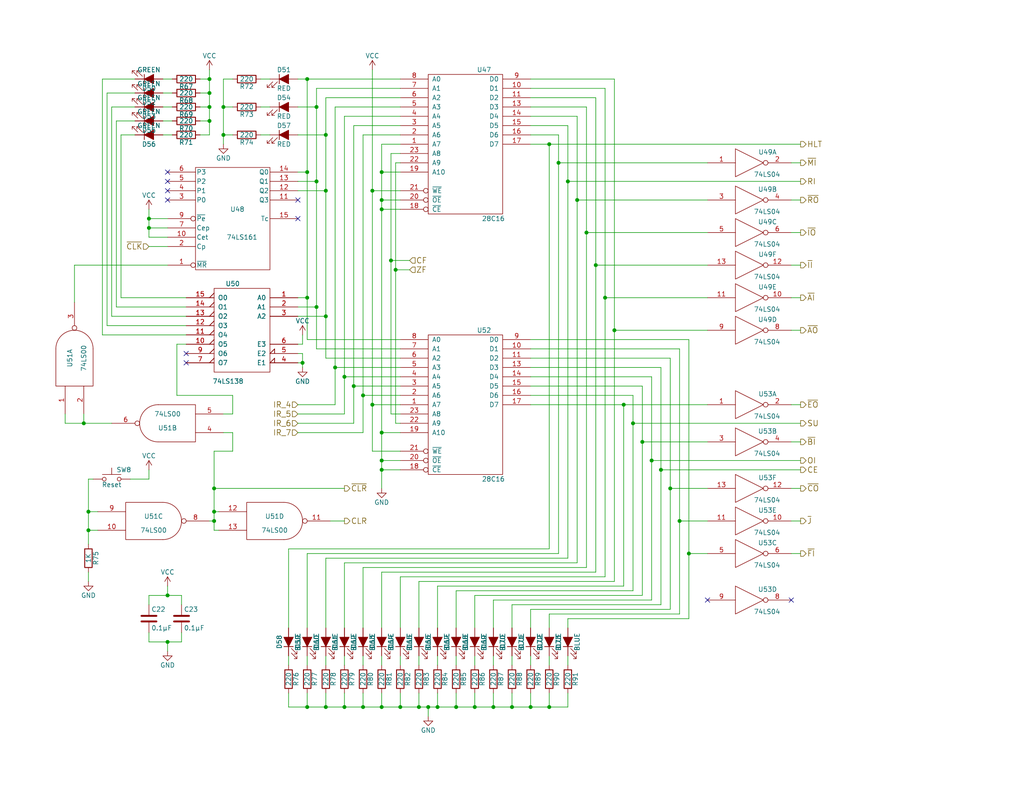
<source format=kicad_sch>
(kicad_sch (version 20230121) (generator eeschema)
  (paper "USLetter")
  (junction (at 88.9 86.36))
  (junction (at 160.02 63.5))
  (junction (at 182.88 133.35))
  (junction (at 88.9 36.83))
  (junction (at 99.06 193.04))
  (junction (at 86.36 49.53))
  (junction (at 93.98 193.04))
  (junction (at 57.15 21.59))
  (junction (at 99.06 107.95))
  (junction (at 177.8 125.73))
  (junction (at 162.56 72.39))
  (junction (at 83.82 21.59))
  (junction (at 104.14 118.11))
  (junction (at 40.64 62.23))
  (junction (at 104.14 128.27))
  (junction (at 83.82 46.99))
  (junction (at 57.15 33.02))
  (junction (at 86.36 29.21))
  (junction (at 86.36 83.82))
  (junction (at 187.96 151.13))
  (junction (at 58.42 139.7))
  (junction (at 83.82 81.28))
  (junction (at 134.62 193.04))
  (junction (at 157.48 54.61))
  (junction (at 104.14 125.73))
  (junction (at 104.14 54.61))
  (junction (at 167.64 90.17))
  (junction (at 107.95 73.66))
  (junction (at 185.42 142.24))
  (junction (at 82.55 99.06))
  (junction (at 57.15 25.4))
  (junction (at 152.4 44.45))
  (junction (at 180.34 128.27))
  (junction (at 24.13 139.7))
  (junction (at 172.72 115.57))
  (junction (at 149.86 39.37))
  (junction (at 88.9 52.07))
  (junction (at 116.84 193.04))
  (junction (at 60.96 36.83))
  (junction (at 119.38 193.04))
  (junction (at 88.9 193.04))
  (junction (at 40.64 59.69))
  (junction (at 104.14 57.15))
  (junction (at 129.54 193.04))
  (junction (at 91.44 100.33))
  (junction (at 154.94 49.53))
  (junction (at 96.52 105.41))
  (junction (at 101.6 110.49))
  (junction (at 101.6 52.07))
  (junction (at 22.86 115.57))
  (junction (at 83.82 193.04))
  (junction (at 144.78 193.04))
  (junction (at 45.72 162.56))
  (junction (at 93.98 102.87))
  (junction (at 24.13 144.78))
  (junction (at 114.3 193.04))
  (junction (at 139.7 193.04))
  (junction (at 106.68 71.12))
  (junction (at 104.14 46.99))
  (junction (at 165.1 81.28))
  (junction (at 109.22 193.04))
  (junction (at 175.26 120.65))
  (junction (at 124.46 193.04))
  (junction (at 58.42 142.24))
  (junction (at 149.86 193.04))
  (junction (at 104.14 193.04))
  (junction (at 57.15 29.21))
  (junction (at 45.72 175.26))
  (junction (at 60.96 29.21))
  (junction (at 170.18 110.49))
  (junction (at 58.42 133.35))
  (no_connect (at 45.72 46.99))
  (no_connect (at 81.28 59.69))
  (no_connect (at 81.28 54.61))
  (no_connect (at 45.72 54.61))
  (no_connect (at 193.04 163.83))
  (no_connect (at 50.8 96.52))
  (no_connect (at 50.8 99.06))
  (no_connect (at 45.72 49.53))
  (no_connect (at 215.9 163.83))
  (no_connect (at 45.72 52.07))
  (wire (pts (xy 78.74 149.86) (xy 78.74 171.45)))
  (wire (pts (xy 27.94 91.44) (xy 50.8 91.44)))
  (wire (pts (xy 60.96 36.83) (xy 60.96 39.37)))
  (wire (pts (xy 60.96 29.21) (xy 60.96 36.83)))
  (wire (pts (xy 58.42 123.19) (xy 58.42 133.35)))
  (wire (pts (xy 106.68 41.91) (xy 106.68 71.12)))
  (wire (pts (xy 144.78 105.41) (xy 175.26 105.41)))
  (wire (pts (xy 29.21 25.4) (xy 36.83 25.4)))
  (wire (pts (xy 106.68 71.12) (xy 106.68 113.03)))
  (wire (pts (xy 109.22 34.29) (xy 96.52 34.29)))
  (wire (pts (xy 106.68 113.03) (xy 109.22 113.03)))
  (wire (pts (xy 71.12 21.59) (xy 73.66 21.59)))
  (wire (pts (xy 63.5 118.11) (xy 60.96 118.11)))
  (wire (pts (xy 40.64 57.15) (xy 40.64 59.69)))
  (wire (pts (xy 114.3 189.23) (xy 114.3 193.04)))
  (wire (pts (xy 182.88 133.35) (xy 193.04 133.35)))
  (wire (pts (xy 119.38 193.04) (xy 119.38 189.23)))
  (wire (pts (xy 93.98 153.67) (xy 157.48 153.67)))
  (wire (pts (xy 83.82 151.13) (xy 152.4 151.13)))
  (wire (pts (xy 144.78 95.25) (xy 185.42 95.25)))
  (wire (pts (xy 144.78 100.33) (xy 180.34 100.33)))
  (wire (pts (xy 99.06 171.45) (xy 99.06 154.94)))
  (wire (pts (xy 60.96 36.83) (xy 63.5 36.83)))
  (wire (pts (xy 187.96 151.13) (xy 193.04 151.13)))
  (wire (pts (xy 107.95 115.57) (xy 109.22 115.57)))
  (wire (pts (xy 124.46 189.23) (xy 124.46 193.04)))
  (wire (pts (xy 83.82 171.45) (xy 83.82 151.13)))
  (wire (pts (xy 49.53 162.56) (xy 49.53 165.1)))
  (wire (pts (xy 63.5 29.21) (xy 60.96 29.21)))
  (wire (pts (xy 91.44 110.49) (xy 81.28 110.49)))
  (wire (pts (xy 175.26 105.41) (xy 175.26 120.65)))
  (wire (pts (xy 182.88 133.35) (xy 182.88 166.37)))
  (wire (pts (xy 139.7 171.45) (xy 139.7 165.1)))
  (wire (pts (xy 17.78 115.57) (xy 22.86 115.57)))
  (wire (pts (xy 215.9 110.49) (xy 218.44 110.49)))
  (wire (pts (xy 57.15 33.02) (xy 54.61 33.02)))
  (wire (pts (xy 93.98 179.07) (xy 93.98 181.61)))
  (wire (pts (xy 50.8 88.9) (xy 29.21 88.9)))
  (wire (pts (xy 88.9 36.83) (xy 88.9 52.07)))
  (wire (pts (xy 101.6 110.49) (xy 101.6 123.19)))
  (wire (pts (xy 167.64 90.17) (xy 167.64 158.75)))
  (wire (pts (xy 99.06 36.83) (xy 99.06 107.95)))
  (wire (pts (xy 93.98 189.23) (xy 93.98 193.04)))
  (wire (pts (xy 83.82 21.59) (xy 83.82 46.99)))
  (wire (pts (xy 81.28 46.99) (xy 83.82 46.99)))
  (wire (pts (xy 129.54 162.56) (xy 175.26 162.56)))
  (wire (pts (xy 99.06 154.94) (xy 160.02 154.94)))
  (wire (pts (xy 170.18 110.49) (xy 193.04 110.49)))
  (wire (pts (xy 96.52 105.41) (xy 109.22 105.41)))
  (wire (pts (xy 218.44 142.24) (xy 215.9 142.24)))
  (wire (pts (xy 144.78 39.37) (xy 149.86 39.37)))
  (wire (pts (xy 218.44 63.5) (xy 215.9 63.5)))
  (wire (pts (xy 33.02 36.83) (xy 33.02 81.28)))
  (wire (pts (xy 154.94 168.91) (xy 187.96 168.91)))
  (wire (pts (xy 218.44 54.61) (xy 215.9 54.61)))
  (wire (pts (xy 78.74 193.04) (xy 83.82 193.04)))
  (wire (pts (xy 114.3 193.04) (xy 116.84 193.04)))
  (wire (pts (xy 104.14 125.73) (xy 104.14 128.27)))
  (wire (pts (xy 165.1 81.28) (xy 165.1 157.48)))
  (wire (pts (xy 44.45 29.21) (xy 46.99 29.21)))
  (wire (pts (xy 215.9 44.45) (xy 218.44 44.45)))
  (wire (pts (xy 144.78 26.67) (xy 162.56 26.67)))
  (wire (pts (xy 180.34 100.33) (xy 180.34 128.27)))
  (wire (pts (xy 93.98 102.87) (xy 109.22 102.87)))
  (wire (pts (xy 119.38 193.04) (xy 124.46 193.04)))
  (wire (pts (xy 101.6 123.19) (xy 109.22 123.19)))
  (wire (pts (xy 101.6 19.05) (xy 101.6 52.07)))
  (wire (pts (xy 33.02 81.28) (xy 50.8 81.28)))
  (wire (pts (xy 81.28 83.82) (xy 86.36 83.82)))
  (wire (pts (xy 182.88 97.79) (xy 182.88 133.35)))
  (wire (pts (xy 93.98 142.24) (xy 90.17 142.24)))
  (wire (pts (xy 71.12 36.83) (xy 73.66 36.83)))
  (wire (pts (xy 20.32 72.39) (xy 20.32 82.55)))
  (wire (pts (xy 144.78 102.87) (xy 177.8 102.87)))
  (wire (pts (xy 78.74 181.61) (xy 78.74 179.07)))
  (wire (pts (xy 58.42 133.35) (xy 58.42 139.7)))
  (wire (pts (xy 149.86 171.45) (xy 149.86 167.64)))
  (wire (pts (xy 48.26 107.95) (xy 63.5 107.95)))
  (wire (pts (xy 93.98 113.03) (xy 81.28 113.03)))
  (wire (pts (xy 134.62 189.23) (xy 134.62 193.04)))
  (wire (pts (xy 104.14 57.15) (xy 104.14 118.11)))
  (wire (pts (xy 114.3 158.75) (xy 167.64 158.75)))
  (wire (pts (xy 104.14 46.99) (xy 104.14 54.61)))
  (wire (pts (xy 88.9 181.61) (xy 88.9 179.07)))
  (wire (pts (xy 124.46 161.29) (xy 172.72 161.29)))
  (wire (pts (xy 152.4 36.83) (xy 152.4 44.45)))
  (wire (pts (xy 81.28 96.52) (xy 82.55 96.52)))
  (wire (pts (xy 29.21 88.9) (xy 29.21 25.4)))
  (wire (pts (xy 101.6 52.07) (xy 109.22 52.07)))
  (wire (pts (xy 170.18 160.02) (xy 170.18 110.49)))
  (wire (pts (xy 152.4 44.45) (xy 193.04 44.45)))
  (wire (pts (xy 40.64 64.77) (xy 45.72 64.77)))
  (wire (pts (xy 58.42 144.78) (xy 59.69 144.78)))
  (wire (pts (xy 154.94 179.07) (xy 154.94 181.61)))
  (wire (pts (xy 157.48 54.61) (xy 193.04 54.61)))
  (wire (pts (xy 57.15 29.21) (xy 57.15 25.4)))
  (wire (pts (xy 144.78 171.45) (xy 144.78 166.37)))
  (wire (pts (xy 78.74 193.04) (xy 78.74 189.23)))
  (wire (pts (xy 99.06 107.95) (xy 99.06 118.11)))
  (wire (pts (xy 86.36 29.21) (xy 86.36 49.53)))
  (wire (pts (xy 83.82 179.07) (xy 83.82 181.61)))
  (wire (pts (xy 104.14 39.37) (xy 109.22 39.37)))
  (wire (pts (xy 180.34 128.27) (xy 180.34 165.1)))
  (wire (pts (xy 139.7 165.1) (xy 180.34 165.1)))
  (wire (pts (xy 81.28 21.59) (xy 83.82 21.59)))
  (wire (pts (xy 162.56 72.39) (xy 193.04 72.39)))
  (wire (pts (xy 31.75 33.02) (xy 31.75 83.82)))
  (wire (pts (xy 57.15 33.02) (xy 57.15 29.21)))
  (wire (pts (xy 109.22 54.61) (xy 104.14 54.61)))
  (wire (pts (xy 57.15 25.4) (xy 57.15 21.59)))
  (wire (pts (xy 109.22 193.04) (xy 114.3 193.04)))
  (wire (pts (xy 46.99 25.4) (xy 44.45 25.4)))
  (wire (pts (xy 218.44 90.17) (xy 215.9 90.17)))
  (wire (pts (xy 88.9 171.45) (xy 88.9 152.4)))
  (wire (pts (xy 185.42 95.25) (xy 185.42 142.24)))
  (wire (pts (xy 157.48 54.61) (xy 157.48 153.67)))
  (wire (pts (xy 44.45 21.59) (xy 46.99 21.59)))
  (wire (pts (xy 31.75 83.82) (xy 50.8 83.82)))
  (wire (pts (xy 63.5 107.95) (xy 63.5 113.03)))
  (wire (pts (xy 111.76 71.12) (xy 106.68 71.12)))
  (wire (pts (xy 185.42 142.24) (xy 185.42 167.64)))
  (wire (pts (xy 104.14 118.11) (xy 109.22 118.11)))
  (wire (pts (xy 24.13 130.81) (xy 24.13 139.7)))
  (wire (pts (xy 54.61 36.83) (xy 57.15 36.83)))
  (wire (pts (xy 104.14 46.99) (xy 109.22 46.99)))
  (wire (pts (xy 144.78 179.07) (xy 144.78 181.61)))
  (wire (pts (xy 40.64 165.1) (xy 40.64 162.56)))
  (wire (pts (xy 58.42 142.24) (xy 57.15 142.24)))
  (wire (pts (xy 154.94 34.29) (xy 154.94 49.53)))
  (wire (pts (xy 45.72 160.02) (xy 45.72 162.56)))
  (wire (pts (xy 48.26 93.98) (xy 48.26 107.95)))
  (wire (pts (xy 109.22 44.45) (xy 107.95 44.45)))
  (wire (pts (xy 40.64 175.26) (xy 45.72 175.26)))
  (wire (pts (xy 24.13 139.7) (xy 24.13 144.78)))
  (wire (pts (xy 83.82 46.99) (xy 83.82 81.28)))
  (wire (pts (xy 58.42 123.19) (xy 63.5 123.19)))
  (wire (pts (xy 45.72 175.26) (xy 49.53 175.26)))
  (wire (pts (xy 82.55 96.52) (xy 82.55 99.06)))
  (wire (pts (xy 40.64 130.81) (xy 35.56 130.81)))
  (wire (pts (xy 93.98 31.75) (xy 93.98 102.87)))
  (wire (pts (xy 175.26 120.65) (xy 193.04 120.65)))
  (wire (pts (xy 83.82 81.28) (xy 83.82 92.71)))
  (wire (pts (xy 88.9 193.04) (xy 88.9 189.23)))
  (wire (pts (xy 144.78 107.95) (xy 172.72 107.95)))
  (wire (pts (xy 134.62 171.45) (xy 134.62 163.83)))
  (wire (pts (xy 93.98 171.45) (xy 93.98 153.67)))
  (wire (pts (xy 63.5 21.59) (xy 60.96 21.59)))
  (wire (pts (xy 144.78 21.59) (xy 167.64 21.59)))
  (wire (pts (xy 109.22 26.67) (xy 88.9 26.67)))
  (wire (pts (xy 24.13 144.78) (xy 26.67 144.78)))
  (wire (pts (xy 149.86 167.64) (xy 185.42 167.64)))
  (wire (pts (xy 187.96 92.71) (xy 187.96 151.13)))
  (wire (pts (xy 144.78 110.49) (xy 170.18 110.49)))
  (wire (pts (xy 24.13 139.7) (xy 26.67 139.7)))
  (wire (pts (xy 154.94 49.53) (xy 154.94 152.4)))
  (wire (pts (xy 86.36 95.25) (xy 109.22 95.25)))
  (wire (pts (xy 17.78 115.57) (xy 17.78 113.03)))
  (wire (pts (xy 129.54 193.04) (xy 134.62 193.04)))
  (wire (pts (xy 149.86 149.86) (xy 78.74 149.86)))
  (wire (pts (xy 93.98 193.04) (xy 99.06 193.04)))
  (wire (pts (xy 177.8 125.73) (xy 218.44 125.73)))
  (wire (pts (xy 111.76 73.66) (xy 107.95 73.66)))
  (wire (pts (xy 22.86 115.57) (xy 30.48 115.57)))
  (wire (pts (xy 116.84 195.58) (xy 116.84 193.04)))
  (wire (pts (xy 114.3 171.45) (xy 114.3 158.75)))
  (wire (pts (xy 124.46 193.04) (xy 129.54 193.04)))
  (wire (pts (xy 46.99 33.02) (xy 44.45 33.02)))
  (wire (pts (xy 88.9 193.04) (xy 93.98 193.04)))
  (wire (pts (xy 144.78 166.37) (xy 182.88 166.37)))
  (wire (pts (xy 104.14 39.37) (xy 104.14 46.99)))
  (wire (pts (xy 60.96 21.59) (xy 60.96 29.21)))
  (wire (pts (xy 167.64 90.17) (xy 193.04 90.17)))
  (wire (pts (xy 107.95 44.45) (xy 107.95 73.66)))
  (wire (pts (xy 86.36 49.53) (xy 86.36 83.82)))
  (wire (pts (xy 144.78 29.21) (xy 160.02 29.21)))
  (wire (pts (xy 40.64 162.56) (xy 45.72 162.56)))
  (wire (pts (xy 154.94 49.53) (xy 218.44 49.53)))
  (wire (pts (xy 187.96 151.13) (xy 187.96 168.91)))
  (wire (pts (xy 124.46 171.45) (xy 124.46 161.29)))
  (wire (pts (xy 172.72 115.57) (xy 172.72 161.29)))
  (wire (pts (xy 45.72 72.39) (xy 20.32 72.39)))
  (wire (pts (xy 93.98 133.35) (xy 58.42 133.35)))
  (wire (pts (xy 54.61 21.59) (xy 57.15 21.59)))
  (wire (pts (xy 104.14 156.21) (xy 162.56 156.21)))
  (wire (pts (xy 149.86 193.04) (xy 154.94 193.04)))
  (wire (pts (xy 82.55 91.44) (xy 82.55 93.98)))
  (wire (pts (xy 144.78 189.23) (xy 144.78 193.04)))
  (wire (pts (xy 88.9 26.67) (xy 88.9 36.83)))
  (wire (pts (xy 30.48 86.36) (xy 50.8 86.36)))
  (wire (pts (xy 149.86 181.61) (xy 149.86 179.07)))
  (wire (pts (xy 91.44 100.33) (xy 91.44 110.49)))
  (wire (pts (xy 44.45 36.83) (xy 46.99 36.83)))
  (wire (pts (xy 99.06 193.04) (xy 104.14 193.04)))
  (wire (pts (xy 88.9 86.36) (xy 88.9 97.79)))
  (wire (pts (xy 81.28 81.28) (xy 83.82 81.28)))
  (wire (pts (xy 96.52 34.29) (xy 96.52 105.41)))
  (wire (pts (xy 144.78 34.29) (xy 154.94 34.29)))
  (wire (pts (xy 81.28 52.07) (xy 88.9 52.07)))
  (wire (pts (xy 144.78 193.04) (xy 149.86 193.04)))
  (wire (pts (xy 63.5 113.03) (xy 60.96 113.03)))
  (wire (pts (xy 40.64 128.27) (xy 40.64 130.81)))
  (wire (pts (xy 124.46 179.07) (xy 124.46 181.61)))
  (wire (pts (xy 175.26 120.65) (xy 175.26 162.56)))
  (wire (pts (xy 109.22 24.13) (xy 86.36 24.13)))
  (wire (pts (xy 91.44 100.33) (xy 109.22 100.33)))
  (wire (pts (xy 180.34 128.27) (xy 218.44 128.27)))
  (wire (pts (xy 129.54 171.45) (xy 129.54 162.56)))
  (wire (pts (xy 36.83 21.59) (xy 27.94 21.59)))
  (wire (pts (xy 101.6 52.07) (xy 101.6 110.49)))
  (wire (pts (xy 114.3 179.07) (xy 114.3 181.61)))
  (wire (pts (xy 139.7 193.04) (xy 144.78 193.04)))
  (wire (pts (xy 139.7 181.61) (xy 139.7 179.07)))
  (wire (pts (xy 149.86 39.37) (xy 218.44 39.37)))
  (wire (pts (xy 177.8 102.87) (xy 177.8 125.73)))
  (wire (pts (xy 160.02 63.5) (xy 160.02 154.94)))
  (wire (pts (xy 40.64 62.23) (xy 45.72 62.23)))
  (wire (pts (xy 172.72 107.95) (xy 172.72 115.57)))
  (wire (pts (xy 144.78 36.83) (xy 152.4 36.83)))
  (wire (pts (xy 83.82 193.04) (xy 88.9 193.04)))
  (wire (pts (xy 49.53 175.26) (xy 49.53 172.72)))
  (wire (pts (xy 40.64 175.26) (xy 40.64 172.72)))
  (wire (pts (xy 109.22 193.04) (xy 109.22 189.23)))
  (wire (pts (xy 45.72 162.56) (xy 49.53 162.56)))
  (wire (pts (xy 36.83 29.21) (xy 30.48 29.21)))
  (wire (pts (xy 22.86 113.03) (xy 22.86 115.57)))
  (wire (pts (xy 139.7 193.04) (xy 139.7 189.23)))
  (wire (pts (xy 160.02 63.5) (xy 193.04 63.5)))
  (wire (pts (xy 218.44 133.35) (xy 215.9 133.35)))
  (wire (pts (xy 91.44 29.21) (xy 91.44 100.33)))
  (wire (pts (xy 36.83 36.83) (xy 33.02 36.83)))
  (wire (pts (xy 104.14 54.61) (xy 104.14 57.15)))
  (wire (pts (xy 57.15 21.59) (xy 57.15 19.05)))
  (wire (pts (xy 109.22 157.48) (xy 165.1 157.48)))
  (wire (pts (xy 25.4 130.81) (xy 24.13 130.81)))
  (wire (pts (xy 144.78 31.75) (xy 157.48 31.75)))
  (wire (pts (xy 93.98 31.75) (xy 109.22 31.75)))
  (wire (pts (xy 218.44 81.28) (xy 215.9 81.28)))
  (wire (pts (xy 165.1 24.13) (xy 165.1 81.28)))
  (wire (pts (xy 40.64 67.31) (xy 45.72 67.31)))
  (wire (pts (xy 154.94 171.45) (xy 154.94 168.91)))
  (wire (pts (xy 109.22 125.73) (xy 104.14 125.73)))
  (wire (pts (xy 129.54 193.04) (xy 129.54 189.23)))
  (wire (pts (xy 149.86 193.04) (xy 149.86 189.23)))
  (wire (pts (xy 83.82 21.59) (xy 109.22 21.59)))
  (wire (pts (xy 154.94 193.04) (xy 154.94 189.23)))
  (wire (pts (xy 157.48 31.75) (xy 157.48 54.61)))
  (wire (pts (xy 177.8 125.73) (xy 177.8 163.83)))
  (wire (pts (xy 58.42 139.7) (xy 59.69 139.7)))
  (wire (pts (xy 73.66 29.21) (xy 71.12 29.21)))
  (wire (pts (xy 134.62 193.04) (xy 139.7 193.04)))
  (wire (pts (xy 88.9 97.79) (xy 109.22 97.79)))
  (wire (pts (xy 218.44 72.39) (xy 215.9 72.39)))
  (wire (pts (xy 81.28 49.53) (xy 86.36 49.53)))
  (wire (pts (xy 57.15 25.4) (xy 54.61 25.4)))
  (wire (pts (xy 185.42 142.24) (xy 193.04 142.24)))
  (wire (pts (xy 88.9 52.07) (xy 88.9 86.36)))
  (wire (pts (xy 162.56 72.39) (xy 162.56 156.21)))
  (wire (pts (xy 40.64 59.69) (xy 45.72 59.69)))
  (wire (pts (xy 218.44 120.65) (xy 215.9 120.65)))
  (wire (pts (xy 24.13 158.75) (xy 24.13 156.21)))
  (wire (pts (xy 167.64 21.59) (xy 167.64 90.17)))
  (wire (pts (xy 116.84 193.04) (xy 119.38 193.04)))
  (wire (pts (xy 96.52 105.41) (xy 96.52 115.57)))
  (wire (pts (xy 86.36 24.13) (xy 86.36 29.21)))
  (wire (pts (xy 109.22 128.27) (xy 104.14 128.27)))
  (wire (pts (xy 40.64 62.23) (xy 40.64 64.77)))
  (wire (pts (xy 162.56 26.67) (xy 162.56 72.39)))
  (wire (pts (xy 81.28 99.06) (xy 82.55 99.06)))
  (wire (pts (xy 107.95 73.66) (xy 107.95 115.57)))
  (wire (pts (xy 50.8 93.98) (xy 48.26 93.98)))
  (wire (pts (xy 45.72 175.26) (xy 45.72 177.8)))
  (wire (pts (xy 30.48 29.21) (xy 30.48 86.36)))
  (wire (pts (xy 96.52 115.57) (xy 81.28 115.57)))
  (wire (pts (xy 82.55 99.06) (xy 82.55 100.33)))
  (wire (pts (xy 104.14 57.15) (xy 109.22 57.15)))
  (wire (pts (xy 149.86 39.37) (xy 149.86 149.86)))
  (wire (pts (xy 99.06 193.04) (xy 99.06 189.23)))
  (wire (pts (xy 83.82 92.71) (xy 109.22 92.71)))
  (wire (pts (xy 109.22 29.21) (xy 91.44 29.21)))
  (wire (pts (xy 93.98 102.87) (xy 93.98 113.03)))
  (wire (pts (xy 104.14 179.07) (xy 104.14 181.61)))
  (wire (pts (xy 63.5 123.19) (xy 63.5 118.11)))
  (wire (pts (xy 57.15 36.83) (xy 57.15 33.02)))
  (wire (pts (xy 134.62 163.83) (xy 177.8 163.83)))
  (wire (pts (xy 172.72 115.57) (xy 218.44 115.57)))
  (wire (pts (xy 58.42 139.7) (xy 58.42 142.24)))
  (wire (pts (xy 104.14 118.11) (xy 104.14 125.73)))
  (wire (pts (xy 144.78 97.79) (xy 182.88 97.79)))
  (wire (pts (xy 109.22 41.91) (xy 106.68 41.91)))
  (wire (pts (xy 99.06 36.83) (xy 109.22 36.83)))
  (wire (pts (xy 99.06 181.61) (xy 99.06 179.07)))
  (wire (pts (xy 129.54 181.61) (xy 129.54 179.07)))
  (wire (pts (xy 31.75 33.02) (xy 36.83 33.02)))
  (wire (pts (xy 144.78 24.13) (xy 165.1 24.13)))
  (wire (pts (xy 99.06 118.11) (xy 81.28 118.11)))
  (wire (pts (xy 81.28 86.36) (xy 88.9 86.36)))
  (wire (pts (xy 104.14 193.04) (xy 109.22 193.04)))
  (wire (pts (xy 109.22 181.61) (xy 109.22 179.07)))
  (wire (pts (xy 104.14 189.23) (xy 104.14 193.04)))
  (wire (pts (xy 119.38 160.02) (xy 170.18 160.02)))
  (wire (pts (xy 134.62 179.07) (xy 134.62 181.61)))
  (wire (pts (xy 119.38 181.61) (xy 119.38 179.07)))
  (wire (pts (xy 119.38 171.45) (xy 119.38 160.02)))
  (wire (pts (xy 40.64 59.69) (xy 40.64 62.23)))
  (wire (pts (xy 54.61 29.21) (xy 57.15 29.21)))
  (wire (pts (xy 160.02 29.21) (xy 160.02 63.5)))
  (wire (pts (xy 24.13 144.78) (xy 24.13 148.59)))
  (wire (pts (xy 81.28 36.83) (xy 88.9 36.83)))
  (wire (pts (xy 88.9 152.4) (xy 154.94 152.4)))
  (wire (pts (xy 165.1 81.28) (xy 193.04 81.28)))
  (wire (pts (xy 144.78 92.71) (xy 187.96 92.71)))
  (wire (pts (xy 152.4 44.45) (xy 152.4 151.13)))
  (wire (pts (xy 58.42 142.24) (xy 58.42 144.78)))
  (wire (pts (xy 104.14 128.27) (xy 104.14 133.35)))
  (wire (pts (xy 86.36 83.82) (xy 86.36 95.25)))
  (wire (pts (xy 99.06 107.95) (xy 109.22 107.95)))
  (wire (pts (xy 27.94 21.59) (xy 27.94 91.44)))
  (wire (pts (xy 109.22 110.49) (xy 101.6 110.49)))
  (wire (pts (xy 81.28 29.21) (xy 86.36 29.21)))
  (wire (pts (xy 218.44 151.13) (xy 215.9 151.13)))
  (wire (pts (xy 104.14 171.45) (xy 104.14 156.21)))
  (wire (pts (xy 82.55 93.98) (xy 81.28 93.98)))
  (wire (pts (xy 83.82 189.23) (xy 83.82 193.04)))
  (wire (pts (xy 109.22 171.45) (xy 109.22 157.48)))
  (hierarchical_label "IR_5" (shape input) (at 81.28 113.03 180) (effects (font (size 1.524 1.524))))
  (hierarchical_label "~{RO}" (shape output) (at 218.44 54.61 0) (effects (font (size 1.524 1.524))))
  (hierarchical_label "RI" (shape output) (at 218.44 49.53 0) (effects (font (size 1.524 1.524))))
  (hierarchical_label "~{J}" (shape output) (at 218.44 142.24 0) (effects (font (size 1.524 1.524))))
  (hierarchical_label "HLT" (shape output) (at 218.44 39.37 0) (effects (font (size 1.524 1.524))))
  (hierarchical_label "IR_6" (shape input) (at 81.28 115.57 180) (effects (font (size 1.524 1.524))))
  (hierarchical_label "~{AO}" (shape output) (at 218.44 90.17 0) (effects (font (size 1.524 1.524))))
  (hierarchical_label "~{CLK}" (shape input) (at 40.64 67.31 180) (effects (font (size 1.524 1.524))))
  (hierarchical_label "~{FI}" (shape output) (at 218.44 151.13 0) (effects (font (size 1.524 1.524))))
  (hierarchical_label "~{EO}" (shape output) (at 218.44 110.49 0) (effects (font (size 1.524 1.524))))
  (hierarchical_label "OI" (shape output) (at 218.44 125.73 0) (effects (font (size 1.524 1.524))))
  (hierarchical_label "SU" (shape output) (at 218.44 115.57 0) (effects (font (size 1.524 1.524))))
  (hierarchical_label "~{IO}" (shape output) (at 218.44 63.5 0) (effects (font (size 1.524 1.524))))
  (hierarchical_label "~{AI}" (shape output) (at 218.44 81.28 0) (effects (font (size 1.524 1.524))))
  (hierarchical_label "~{CLR}" (shape output) (at 93.98 133.35 0) (effects (font (size 1.524 1.524))))
  (hierarchical_label "~{MI}" (shape output) (at 218.44 44.45 0) (effects (font (size 1.524 1.524))))
  (hierarchical_label "IR_4" (shape input) (at 81.28 110.49 180) (effects (font (size 1.524 1.524))))
  (hierarchical_label "~{CO}" (shape output) (at 218.44 133.35 0) (effects (font (size 1.524 1.524))))
  (hierarchical_label "IR_7" (shape input) (at 81.28 118.11 180) (effects (font (size 1.524 1.524))))
  (hierarchical_label "~{BI}" (shape output) (at 218.44 120.65 0) (effects (font (size 1.524 1.524))))
  (hierarchical_label "CLR" (shape output) (at 93.98 142.24 0) (effects (font (size 1.524 1.524))))
  (hierarchical_label "CE" (shape output) (at 218.44 128.27 0) (effects (font (size 1.524 1.524))))
  (hierarchical_label "CF" (shape input) (at 111.76 71.12 0) (effects (font (size 1.524 1.524))))
  (hierarchical_label "ZF" (shape input) (at 111.76 73.66 0) (effects (font (size 1.524 1.524))))
  (hierarchical_label "~{II}" (shape output) (at 218.44 72.39 0) (effects (font (size 1.524 1.524))))
  (symbol (lib_id "8bit-computer-rescue:74LS161-8bit-computer-rescue") (at 63.5 59.69 0) (unit 1)
    (property "Reference" "U48" (at 64.77 57.15 0))
    (property "Value" "74LS161" (at 66.04 64.77 0))
    (property "Footprint" "Package_DIP:DIP-16_W7.62mm" (effects hide))
  )
  (symbol (lib_id "8bit-computer-rescue:74LS138-8bit-computer-rescue") (at 66.04 90.17 0) (mirror y) (unit 1)
    (property "Reference" "U50" (at 63.5 77.47 0))
    (property "Value" "74LS138" (at 62.23 104.1146 0))
    (property "Footprint" "Package_DIP:DIP-16_W7.62mm" (effects hide))
  )
  (symbol (lib_id "8bit-computer-rescue:28C16-8bit-computer-rescue") (at 127 39.37 0) (unit 1)
    (property "Reference" "U47" (at 132.08 19.05 0))
    (property "Value" "28C16" (at 134.62 59.69 0))
    (property "Footprint" "Package_DIP:DIP-24_W15.24mm_Socket" (effects hide))
  )
  (symbol (lib_id "8bit-computer-rescue:28C16-8bit-computer-rescue") (at 127 110.49 0) (unit 1)
    (property "Reference" "U52" (at 132.08 90.17 0))
    (property "Value" "28C16" (at 134.62 130.81 0))
    (property "Footprint" "Package_DIP:DIP-24_W15.24mm_Socket" (effects hide))
  )
  (symbol (lib_id "8bit-computer-rescue:LED_ALT-Device") (at 78.74 175.26 90) (unit 1)
    (property "Reference" "D58" (at 76.2 175.26 0))
    (property "Value" "BLUE" (at 81.28 175.26 0))
    (property "Footprint" "LED_THT:LED_D5.0mm" (effects hide))
  )
  (symbol (lib_id "8bit-computer-rescue:LED_ALT-Device") (at 83.82 175.26 90) (unit 1)
    (property "Reference" "D59" (at 81.28 175.26 0))
    (property "Value" "BLUE" (at 86.36 175.26 0))
    (property "Footprint" "LED_THT:LED_D5.0mm" (effects hide))
  )
  (symbol (lib_id "8bit-computer-rescue:LED_ALT-Device") (at 88.9 175.26 90) (unit 1)
    (property "Reference" "D60" (at 86.36 175.26 0))
    (property "Value" "BLUE" (at 91.44 175.26 0))
    (property "Footprint" "LED_THT:LED_D5.0mm" (effects hide))
  )
  (symbol (lib_id "8bit-computer-rescue:LED_ALT-Device") (at 93.98 175.26 90) (unit 1)
    (property "Reference" "D61" (at 91.44 175.26 0))
    (property "Value" "BLUE" (at 96.52 175.26 0))
    (property "Footprint" "LED_THT:LED_D5.0mm" (effects hide))
  )
  (symbol (lib_id "8bit-computer-rescue:LED_ALT-Device") (at 99.06 175.26 90) (unit 1)
    (property "Reference" "D62" (at 96.52 175.26 0))
    (property "Value" "BLUE" (at 101.6 175.26 0))
    (property "Footprint" "LED_THT:LED_D5.0mm" (effects hide))
  )
  (symbol (lib_id "8bit-computer-rescue:LED_ALT-Device") (at 104.14 175.26 90) (unit 1)
    (property "Reference" "D63" (at 101.6 175.26 0))
    (property "Value" "BLUE" (at 106.68 175.26 0))
    (property "Footprint" "LED_THT:LED_D5.0mm" (effects hide))
  )
  (symbol (lib_id "8bit-computer-rescue:LED_ALT-Device") (at 109.22 175.26 90) (unit 1)
    (property "Reference" "D64" (at 106.68 175.26 0))
    (property "Value" "BLUE" (at 111.76 175.26 0))
    (property "Footprint" "LED_THT:LED_D5.0mm" (effects hide))
  )
  (symbol (lib_id "8bit-computer-rescue:LED_ALT-Device") (at 114.3 175.26 90) (unit 1)
    (property "Reference" "D65" (at 111.76 175.26 0))
    (property "Value" "BLUE" (at 116.84 175.26 0))
    (property "Footprint" "LED_THT:LED_D5.0mm" (effects hide))
  )
  (symbol (lib_id "8bit-computer-rescue:LED_ALT-Device") (at 119.38 175.26 90) (unit 1)
    (property "Reference" "D66" (at 116.84 175.26 0))
    (property "Value" "BLUE" (at 121.92 175.26 0))
    (property "Footprint" "LED_THT:LED_D5.0mm" (effects hide))
  )
  (symbol (lib_id "8bit-computer-rescue:LED_ALT-Device") (at 124.46 175.26 90) (unit 1)
    (property "Reference" "D67" (at 121.92 175.26 0))
    (property "Value" "BLUE" (at 127 175.26 0))
    (property "Footprint" "LED_THT:LED_D5.0mm" (effects hide))
  )
  (symbol (lib_id "8bit-computer-rescue:LED_ALT-Device") (at 129.54 175.26 90) (unit 1)
    (property "Reference" "D68" (at 127 175.26 0))
    (property "Value" "BLUE" (at 132.08 175.26 0))
    (property "Footprint" "LED_THT:LED_D5.0mm" (effects hide))
  )
  (symbol (lib_id "8bit-computer-rescue:LED_ALT-Device") (at 134.62 175.26 90) (unit 1)
    (property "Reference" "D69" (at 132.08 175.26 0))
    (property "Value" "BLUE" (at 137.16 175.26 0))
    (property "Footprint" "LED_THT:LED_D5.0mm" (effects hide))
  )
  (symbol (lib_id "8bit-computer-rescue:LED_ALT-Device") (at 139.7 175.26 90) (unit 1)
    (property "Reference" "D70" (at 137.16 175.26 0))
    (property "Value" "BLUE" (at 142.24 175.26 0))
    (property "Footprint" "LED_THT:LED_D5.0mm" (effects hide))
  )
  (symbol (lib_id "8bit-computer-rescue:LED_ALT-Device") (at 144.78 175.26 90) (unit 1)
    (property "Reference" "D71" (at 142.24 175.26 0))
    (property "Value" "BLUE" (at 147.32 175.26 0))
    (property "Footprint" "LED_THT:LED_D5.0mm" (effects hide))
  )
  (symbol (lib_id "8bit-computer-rescue:LED_ALT-Device") (at 149.86 175.26 90) (unit 1)
    (property "Reference" "D72" (at 147.32 175.26 0))
    (property "Value" "BLUE" (at 152.4 175.26 0))
    (property "Footprint" "LED_THT:LED_D5.0mm" (effects hide))
  )
  (symbol (lib_id "8bit-computer-rescue:LED_ALT-Device") (at 154.94 175.26 90) (unit 1)
    (property "Reference" "D73" (at 152.4 175.26 0))
    (property "Value" "BLUE" (at 157.48 175.26 0))
    (property "Footprint" "LED_THT:LED_D5.0mm" (effects hide))
  )
  (symbol (lib_id "8bit-computer-rescue:74LS04-8bit-computer-rescue") (at 204.47 44.45 0) (unit 1)
    (property "Reference" "U49" (at 209.423 41.529 0))
    (property "Value" "74LS04" (at 209.296 47.625 0))
    (property "Footprint" "Package_DIP:DIP-14_W7.62mm" (effects hide))
  )
  (symbol (lib_id "8bit-computer-rescue:74LS04-8bit-computer-rescue") (at 204.47 54.61 0) (unit 2)
    (property "Reference" "U49" (at 209.423 51.689 0))
    (property "Value" "74LS04" (at 209.296 57.785 0))
    (property "Footprint" "Package_DIP:DIP-14_W7.62mm" (effects hide))
  )
  (symbol (lib_id "8bit-computer-rescue:74LS04-8bit-computer-rescue") (at 204.47 63.5 0) (unit 3)
    (property "Reference" "U49" (at 209.423 60.579 0))
    (property "Value" "74LS04" (at 209.296 66.675 0))
    (property "Footprint" "Package_DIP:DIP-14_W7.62mm" (effects hide))
  )
  (symbol (lib_id "8bit-computer-rescue:74LS04-8bit-computer-rescue") (at 204.47 72.39 0) (unit 6)
    (property "Reference" "U49" (at 209.423 69.469 0))
    (property "Value" "74LS04" (at 209.296 75.565 0))
    (property "Footprint" "Package_DIP:DIP-14_W7.62mm" (effects hide))
  )
  (symbol (lib_id "8bit-computer-rescue:74LS04-8bit-computer-rescue") (at 204.47 81.28 0) (unit 5)
    (property "Reference" "U49" (at 209.423 78.359 0))
    (property "Value" "74LS04" (at 209.296 84.455 0))
    (property "Footprint" "Package_DIP:DIP-14_W7.62mm" (effects hide))
  )
  (symbol (lib_id "8bit-computer-rescue:74LS04-8bit-computer-rescue") (at 204.47 90.17 0) (unit 4)
    (property "Reference" "U49" (at 209.423 87.249 0))
    (property "Value" "74LS04" (at 209.296 93.345 0))
    (property "Footprint" "Package_DIP:DIP-14_W7.62mm" (effects hide))
  )
  (symbol (lib_id "8bit-computer-rescue:74LS04-8bit-computer-rescue") (at 204.47 110.49 0) (unit 1)
    (property "Reference" "U53" (at 209.423 107.569 0))
    (property "Value" "74LS04" (at 209.296 113.665 0))
    (property "Footprint" "Package_DIP:DIP-14_W7.62mm" (effects hide))
  )
  (symbol (lib_id "8bit-computer-rescue:74LS04-8bit-computer-rescue") (at 204.47 120.65 0) (unit 2)
    (property "Reference" "U53" (at 209.423 117.729 0))
    (property "Value" "74LS04" (at 209.296 123.825 0))
    (property "Footprint" "Package_DIP:DIP-14_W7.62mm" (effects hide))
  )
  (symbol (lib_id "8bit-computer-rescue:74LS04-8bit-computer-rescue") (at 204.47 133.35 0) (unit 6)
    (property "Reference" "U53" (at 209.423 130.429 0))
    (property "Value" "74LS04" (at 209.296 136.525 0))
    (property "Footprint" "Package_DIP:DIP-14_W7.62mm" (effects hide))
  )
  (symbol (lib_id "8bit-computer-rescue:74LS04-8bit-computer-rescue") (at 204.47 142.24 0) (unit 5)
    (property "Reference" "U53" (at 209.423 139.319 0))
    (property "Value" "74LS04" (at 209.296 145.415 0))
    (property "Footprint" "Package_DIP:DIP-14_W7.62mm" (effects hide))
  )
  (symbol (lib_id "8bit-computer-rescue:74LS04-8bit-computer-rescue") (at 204.47 151.13 0) (unit 3)
    (property "Reference" "U53" (at 209.423 148.209 0))
    (property "Value" "74LS04" (at 209.296 154.305 0))
    (property "Footprint" "Package_DIP:DIP-14_W7.62mm" (effects hide))
  )
  (symbol (lib_id "power:GND") (at 104.14 133.35 0) (unit 1)
    (property "Reference" "#PWR068" (effects hide))
    (property "Value" "GND" (at 104.14 137.16 0))
  )
  (symbol (lib_id "power:VCC") (at 101.6 19.05 0) (unit 1)
    (property "Reference" "#PWR069" (effects hide))
    (property "Value" "VCC" (at 101.6 15.24 0))
  )
  (symbol (lib_id "8bit-computer-rescue:74LS00-8bit-computer-rescue") (at 45.72 115.57 180) (unit 2)
    (property "Reference" "U51" (at 45.72 116.84 0))
    (property "Value" "74LS00" (at 45.72 113.03 0))
    (property "Footprint" "Package_DIP:DIP-14_W7.62mm" (effects hide))
  )
  (symbol (lib_id "8bit-computer-rescue:74LS00-8bit-computer-rescue") (at 20.32 97.79 90) (unit 1)
    (property "Reference" "U51" (at 19.05 97.79 0))
    (property "Value" "74LS00" (at 22.86 97.79 0))
    (property "Footprint" "Package_DIP:DIP-14_W7.62mm" (effects hide))
  )
  (symbol (lib_id "8bit-computer-rescue:74LS00-8bit-computer-rescue") (at 74.93 142.24 0) (unit 4)
    (property "Reference" "U51" (at 74.93 140.97 0))
    (property "Value" "74LS00" (at 74.93 144.78 0))
    (property "Footprint" "Package_DIP:DIP-14_W7.62mm" (effects hide))
  )
  (symbol (lib_id "8bit-computer-rescue:74LS00-8bit-computer-rescue") (at 41.91 142.24 0) (unit 3)
    (property "Reference" "U51" (at 41.91 140.97 0))
    (property "Value" "74LS00" (at 41.91 144.78 0))
    (property "Footprint" "Package_DIP:DIP-14_W7.62mm" (effects hide))
  )
  (symbol (lib_id "8bit-computer-rescue:SW_Push-8bit-computer-rescue") (at 30.48 130.81 0) (unit 1)
    (property "Reference" "SW8" (at 31.75 128.27 0) (effects (justify left)))
    (property "Value" "Reset" (at 30.48 132.334 0))
    (property "Footprint" "Button_Switch_THT:SW_PUSH_6mm_H5mm" (effects hide))
  )
  (symbol (lib_id "Device:R") (at 67.31 36.83 270) (unit 1)
    (property "Reference" "R74" (at 67.31 38.862 90))
    (property "Value" "220" (at 67.31 36.83 90))
    (property "Footprint" "Resistor_THT:R_Axial_DIN0207_L6.3mm_D2.5mm_P7.62mm_Horizontal" (effects hide))
  )
  (symbol (lib_id "power:GND") (at 24.13 158.75 0) (unit 1)
    (property "Reference" "#PWR070" (effects hide))
    (property "Value" "GND" (at 24.13 162.56 0))
  )
  (symbol (lib_id "power:VCC") (at 40.64 128.27 0) (unit 1)
    (property "Reference" "#PWR071" (effects hide))
    (property "Value" "VCC" (at 40.64 124.46 0))
  )
  (symbol (lib_id "power:VCC") (at 40.64 57.15 0) (unit 1)
    (property "Reference" "#PWR072" (effects hide))
    (property "Value" "VCC" (at 40.64 53.34 0))
  )
  (symbol (lib_id "Device:R") (at 24.13 152.4 0) (unit 1)
    (property "Reference" "R75" (at 26.162 152.4 90))
    (property "Value" "1K" (at 24.13 152.4 90))
    (property "Footprint" "Resistor_THT:R_Axial_DIN0207_L6.3mm_D2.5mm_P7.62mm_Horizontal" (effects hide))
  )
  (symbol (lib_id "Device:R") (at 78.74 185.42 0) (unit 1)
    (property "Reference" "R76" (at 80.772 185.42 90))
    (property "Value" "220" (at 78.74 185.42 90))
    (property "Footprint" "Resistor_THT:R_Axial_DIN0207_L6.3mm_D2.5mm_P7.62mm_Horizontal" (effects hide))
  )
  (symbol (lib_id "Device:R") (at 83.82 185.42 0) (unit 1)
    (property "Reference" "R77" (at 85.852 185.42 90))
    (property "Value" "220" (at 83.82 185.42 90))
    (property "Footprint" "Resistor_THT:R_Axial_DIN0207_L6.3mm_D2.5mm_P7.62mm_Horizontal" (effects hide))
  )
  (symbol (lib_id "Device:R") (at 88.9 185.42 0) (unit 1)
    (property "Reference" "R78" (at 90.932 185.42 90))
    (property "Value" "220" (at 88.9 185.42 90))
    (property "Footprint" "Resistor_THT:R_Axial_DIN0207_L6.3mm_D2.5mm_P7.62mm_Horizontal" (effects hide))
  )
  (symbol (lib_id "Device:R") (at 93.98 185.42 0) (unit 1)
    (property "Reference" "R79" (at 96.012 185.42 90))
    (property "Value" "220" (at 93.98 185.42 90))
    (property "Footprint" "Resistor_THT:R_Axial_DIN0207_L6.3mm_D2.5mm_P7.62mm_Horizontal" (effects hide))
  )
  (symbol (lib_id "Device:R") (at 99.06 185.42 0) (unit 1)
    (property "Reference" "R80" (at 101.092 185.42 90))
    (property "Value" "220" (at 99.06 185.42 90))
    (property "Footprint" "Resistor_THT:R_Axial_DIN0207_L6.3mm_D2.5mm_P7.62mm_Horizontal" (effects hide))
  )
  (symbol (lib_id "Device:R") (at 104.14 185.42 0) (unit 1)
    (property "Reference" "R81" (at 106.172 185.42 90))
    (property "Value" "220" (at 104.14 185.42 90))
    (property "Footprint" "Resistor_THT:R_Axial_DIN0207_L6.3mm_D2.5mm_P7.62mm_Horizontal" (effects hide))
  )
  (symbol (lib_id "Device:R") (at 109.22 185.42 0) (unit 1)
    (property "Reference" "R82" (at 111.252 185.42 90))
    (property "Value" "220" (at 109.22 185.42 90))
    (property "Footprint" "Resistor_THT:R_Axial_DIN0207_L6.3mm_D2.5mm_P7.62mm_Horizontal" (effects hide))
  )
  (symbol (lib_id "Device:R") (at 114.3 185.42 0) (unit 1)
    (property "Reference" "R83" (at 116.332 185.42 90))
    (property "Value" "220" (at 114.3 185.42 90))
    (property "Footprint" "Resistor_THT:R_Axial_DIN0207_L6.3mm_D2.5mm_P7.62mm_Horizontal" (effects hide))
  )
  (symbol (lib_id "Device:R") (at 119.38 185.42 0) (unit 1)
    (property "Reference" "R84" (at 121.412 185.42 90))
    (property "Value" "220" (at 119.38 185.42 90))
    (property "Footprint" "Resistor_THT:R_Axial_DIN0207_L6.3mm_D2.5mm_P7.62mm_Horizontal" (effects hide))
  )
  (symbol (lib_id "Device:R") (at 124.46 185.42 0) (unit 1)
    (property "Reference" "R85" (at 126.492 185.42 90))
    (property "Value" "220" (at 124.46 185.42 90))
    (property "Footprint" "Resistor_THT:R_Axial_DIN0207_L6.3mm_D2.5mm_P7.62mm_Horizontal" (effects hide))
  )
  (symbol (lib_id "Device:R") (at 129.54 185.42 0) (unit 1)
    (property "Reference" "R86" (at 131.572 185.42 90))
    (property "Value" "220" (at 129.54 185.42 90))
    (property "Footprint" "Resistor_THT:R_Axial_DIN0207_L6.3mm_D2.5mm_P7.62mm_Horizontal" (effects hide))
  )
  (symbol (lib_id "Device:R") (at 134.62 185.42 0) (unit 1)
    (property "Reference" "R87" (at 136.652 185.42 90))
    (property "Value" "220" (at 134.62 185.42 90))
    (property "Footprint" "Resistor_THT:R_Axial_DIN0207_L6.3mm_D2.5mm_P7.62mm_Horizontal" (effects hide))
  )
  (symbol (lib_id "Device:R") (at 139.7 185.42 0) (unit 1)
    (property "Reference" "R88" (at 141.732 185.42 90))
    (property "Value" "220" (at 139.7 185.42 90))
    (property "Footprint" "Resistor_THT:R_Axial_DIN0207_L6.3mm_D2.5mm_P7.62mm_Horizontal" (effects hide))
  )
  (symbol (lib_id "Device:R") (at 144.78 185.42 0) (unit 1)
    (property "Reference" "R89" (at 146.812 185.42 90))
    (property "Value" "220" (at 144.78 185.42 90))
    (property "Footprint" "Resistor_THT:R_Axial_DIN0207_L6.3mm_D2.5mm_P7.62mm_Horizontal" (effects hide))
  )
  (symbol (lib_id "Device:R") (at 149.86 185.42 0) (unit 1)
    (property "Reference" "R90" (at 151.892 185.42 90))
    (property "Value" "220" (at 149.86 185.42 90))
    (property "Footprint" "Resistor_THT:R_Axial_DIN0207_L6.3mm_D2.5mm_P7.62mm_Horizontal" (effects hide))
  )
  (symbol (lib_id "power:GND") (at 116.84 195.58 0) (unit 1)
    (property "Reference" "#PWR073" (effects hide))
    (property "Value" "GND" (at 116.84 199.39 0))
  )
  (symbol (lib_id "8bit-computer-rescue:LED_ALT-Device") (at 77.47 36.83 0) (unit 1)
    (property "Reference" "D57" (at 77.47 34.29 0))
    (property "Value" "RED" (at 77.47 39.37 0))
    (property "Footprint" "LED_THT:LED_D5.0mm" (effects hide))
  )
  (symbol (lib_id "8bit-computer-rescue:LED_ALT-Device") (at 77.47 29.21 0) (unit 1)
    (property "Reference" "D54" (at 77.47 26.67 0))
    (property "Value" "RED" (at 77.47 31.75 0))
    (property "Footprint" "LED_THT:LED_D5.0mm" (effects hide))
  )
  (symbol (lib_id "8bit-computer-rescue:LED_ALT-Device") (at 77.47 21.59 0) (unit 1)
    (property "Reference" "D51" (at 77.47 19.05 0))
    (property "Value" "RED" (at 77.47 24.13 0))
    (property "Footprint" "LED_THT:LED_D5.0mm" (effects hide))
  )
  (symbol (lib_id "Device:R") (at 50.8 21.59 270) (unit 1)
    (property "Reference" "R67" (at 50.8 23.622 90))
    (property "Value" "220" (at 50.8 21.59 90))
    (property "Footprint" "Resistor_THT:R_Axial_DIN0207_L6.3mm_D2.5mm_P7.62mm_Horizontal" (effects hide))
  )
  (symbol (lib_id "Device:R") (at 50.8 33.02 270) (unit 1)
    (property "Reference" "R70" (at 50.8 35.052 90))
    (property "Value" "220" (at 50.8 33.02 90))
    (property "Footprint" "Resistor_THT:R_Axial_DIN0207_L6.3mm_D2.5mm_P7.62mm_Horizontal" (effects hide))
  )
  (symbol (lib_id "Device:R") (at 67.31 29.21 270) (unit 1)
    (property "Reference" "R73" (at 67.31 31.242 90))
    (property "Value" "220" (at 67.31 29.21 90))
    (property "Footprint" "Resistor_THT:R_Axial_DIN0207_L6.3mm_D2.5mm_P7.62mm_Horizontal" (effects hide))
  )
  (symbol (lib_id "power:GND") (at 60.96 39.37 0) (unit 1)
    (property "Reference" "#PWR074" (effects hide))
    (property "Value" "GND" (at 60.96 43.18 0))
  )
  (symbol (lib_id "8bit-computer-rescue:LED_ALT-Device") (at 40.64 21.59 0) (mirror x) (unit 1)
    (property "Reference" "D50" (at 40.64 24.13 0))
    (property "Value" "GREEN" (at 40.64 19.05 0))
    (property "Footprint" "LED_THT:LED_D5.0mm" (effects hide))
  )
  (symbol (lib_id "8bit-computer-rescue:LED_ALT-Device") (at 40.64 25.4 0) (mirror x) (unit 1)
    (property "Reference" "D52" (at 40.64 27.94 0))
    (property "Value" "GREEN" (at 40.64 22.86 0))
    (property "Footprint" "LED_THT:LED_D5.0mm" (effects hide))
  )
  (symbol (lib_id "8bit-computer-rescue:LED_ALT-Device") (at 40.64 29.21 0) (mirror x) (unit 1)
    (property "Reference" "D53" (at 40.64 31.75 0))
    (property "Value" "GREEN" (at 40.64 26.67 0))
    (property "Footprint" "LED_THT:LED_D5.0mm" (effects hide))
  )
  (symbol (lib_id "8bit-computer-rescue:LED_ALT-Device") (at 40.64 33.02 0) (mirror x) (unit 1)
    (property "Reference" "D55" (at 40.64 35.56 0))
    (property "Value" "GREEN" (at 40.64 30.48 0))
    (property "Footprint" "LED_THT:LED_D5.0mm" (effects hide))
  )
  (symbol (lib_id "8bit-computer-rescue:LED_ALT-Device") (at 40.64 36.83 0) (mirror x) (unit 1)
    (property "Reference" "D56" (at 40.64 39.37 0))
    (property "Value" "GREEN" (at 40.64 34.29 0))
    (property "Footprint" "LED_THT:LED_D5.0mm" (effects hide))
  )
  (symbol (lib_id "Device:R") (at 154.94 185.42 0) (unit 1)
    (property "Reference" "R91" (at 156.972 185.42 90))
    (property "Value" "220" (at 154.94 185.42 90))
    (property "Footprint" "Resistor_THT:R_Axial_DIN0207_L6.3mm_D2.5mm_P7.62mm_Horizontal" (effects hide))
  )
  (symbol (lib_id "Device:R") (at 50.8 25.4 270) (unit 1)
    (property "Reference" "R68" (at 50.8 27.432 90))
    (property "Value" "220" (at 50.8 25.4 90))
    (property "Footprint" "Resistor_THT:R_Axial_DIN0207_L6.3mm_D2.5mm_P7.62mm_Horizontal" (effects hide))
  )
  (symbol (lib_id "Device:R") (at 50.8 29.21 270) (unit 1)
    (property "Reference" "R69" (at 50.8 31.242 90))
    (property "Value" "220" (at 50.8 29.21 90))
    (property "Footprint" "Resistor_THT:R_Axial_DIN0207_L6.3mm_D2.5mm_P7.62mm_Horizontal" (effects hide))
  )
  (symbol (lib_id "Device:R") (at 50.8 36.83 270) (unit 1)
    (property "Reference" "R71" (at 50.8 38.862 90))
    (property "Value" "220" (at 50.8 36.83 90))
    (property "Footprint" "Resistor_THT:R_Axial_DIN0207_L6.3mm_D2.5mm_P7.62mm_Horizontal" (effects hide))
  )
  (symbol (lib_id "Device:R") (at 67.31 21.59 270) (unit 1)
    (property "Reference" "R72" (at 67.31 23.622 90))
    (property "Value" "220" (at 67.31 21.59 90))
    (property "Footprint" "Resistor_THT:R_Axial_DIN0207_L6.3mm_D2.5mm_P7.62mm_Horizontal" (effects hide))
  )
  (symbol (lib_id "power:VCC") (at 82.55 91.44 0) (unit 1)
    (property "Reference" "#PWR075" (effects hide))
    (property "Value" "VCC" (at 82.55 87.63 0))
  )
  (symbol (lib_id "power:GND") (at 82.55 100.33 0) (unit 1)
    (property "Reference" "#PWR076" (effects hide))
    (property "Value" "GND" (at 82.55 104.14 0))
  )
  (symbol (lib_id "8bit-computer-rescue:74LS04-8bit-computer-rescue") (at 204.47 163.83 0) (unit 4)
    (property "Reference" "U53" (at 209.423 160.909 0))
    (property "Value" "74LS04" (at 209.296 167.005 0))
    (property "Footprint" "Package_DIP:DIP-14_W7.62mm" (effects hide))
  )
  (symbol (lib_id "Device:C") (at 40.64 168.91 0) (unit 1)
    (property "Reference" "C22" (at 41.275 166.37 0) (effects (justify left)))
    (property "Value" "0.1µF" (at 41.275 171.45 0) (effects (justify left)))
    (property "Footprint" "Capacitor_THT:C_Disc_D4.3mm_W1.9mm_P5.00mm" (effects hide))
  )
  (symbol (lib_id "power:VCC") (at 45.72 160.02 0) (unit 1)
    (property "Reference" "#PWR077" (effects hide))
    (property "Value" "VCC" (at 45.72 156.21 0))
  )
  (symbol (lib_id "power:GND") (at 45.72 177.8 0) (unit 1)
    (property "Reference" "#PWR078" (effects hide))
    (property "Value" "GND" (at 45.72 181.61 0))
  )
  (symbol (lib_id "Device:C") (at 49.53 168.91 0) (unit 1)
    (property "Reference" "C23" (at 50.165 166.37 0) (effects (justify left)))
    (property "Value" "0.1µF" (at 50.165 171.45 0) (effects (justify left)))
    (property "Footprint" "Capacitor_THT:C_Disc_D4.3mm_W1.9mm_P5.00mm" (effects hide))
  )
  (symbol (lib_id "power:VCC") (at 57.15 19.05 0) (unit 1)
    (property "Reference" "#PWR079" (effects hide))
    (property "Value" "VCC" (at 57.15 15.24 0))
  )
)
</source>
